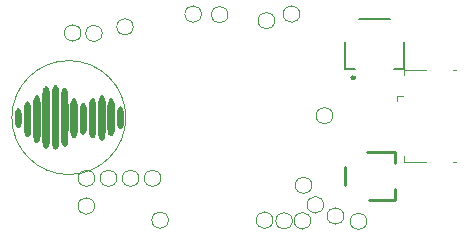
<source format=gbr>
G04 #@! TF.GenerationSoftware,KiCad,Pcbnew,7.0.10-7.0.10~ubuntu22.04.1*
G04 #@! TF.CreationDate,2024-02-23T22:34:40+01:00*
G04 #@! TF.ProjectId,dictofun,64696374-6f66-4756-9e2e-6b696361645f,rev?*
G04 #@! TF.SameCoordinates,Original*
G04 #@! TF.FileFunction,Legend,Bot*
G04 #@! TF.FilePolarity,Positive*
%FSLAX45Y45*%
G04 Gerber Fmt 4.5, Leading zero omitted, Abs format (unit mm)*
G04 Created by KiCad (PCBNEW 7.0.10-7.0.10~ubuntu22.04.1) date 2024-02-23 22:34:40*
%MOMM*%
%LPD*%
G01*
G04 APERTURE LIST*
%ADD10C,0.120000*%
%ADD11C,0.127000*%
%ADD12C,0.300000*%
%ADD13C,0.254000*%
G04 APERTURE END LIST*
D10*
X12695000Y-9916000D02*
G75*
G03*
X11730005Y-9916000I-482498J0D01*
G01*
X11730005Y-9916000D02*
G75*
G03*
X12695000Y-9916000I482498J0D01*
G01*
X13940000Y-10785000D02*
G75*
G03*
X13800000Y-10785000I-70000J0D01*
G01*
X13800000Y-10785000D02*
G75*
G03*
X13940000Y-10785000I70000J0D01*
G01*
X14447000Y-9900000D02*
G75*
G03*
X14307000Y-9900000I-70000J0D01*
G01*
X14307000Y-9900000D02*
G75*
G03*
X14447000Y-9900000I70000J0D01*
G01*
X14270000Y-10490000D02*
G75*
G03*
X14130000Y-10490000I-70000J0D01*
G01*
X14130000Y-10490000D02*
G75*
G03*
X14270000Y-10490000I70000J0D01*
G01*
X14260000Y-10790000D02*
G75*
G03*
X14120000Y-10790000I-70000J0D01*
G01*
X14120000Y-10790000D02*
G75*
G03*
X14260000Y-10790000I70000J0D01*
G01*
X12430000Y-10665000D02*
G75*
G03*
X12290000Y-10665000I-70000J0D01*
G01*
X12290000Y-10665000D02*
G75*
G03*
X12430000Y-10665000I70000J0D01*
G01*
X14168000Y-9040000D02*
G75*
G03*
X14028000Y-9040000I-70000J0D01*
G01*
X14028000Y-9040000D02*
G75*
G03*
X14168000Y-9040000I70000J0D01*
G01*
X15490000Y-9510000D02*
X15465000Y-9510000D01*
X15235000Y-9510000D02*
X15050000Y-9510000D01*
X15050000Y-9510000D02*
X15050000Y-9555000D01*
X14995000Y-9730000D02*
X15040000Y-9730000D01*
X14995000Y-9730000D02*
X14995000Y-9775000D01*
X15490000Y-10290000D02*
X15465000Y-10290000D01*
X15235000Y-10290000D02*
X15050000Y-10290000D01*
X15050000Y-10290000D02*
X15050000Y-10245000D01*
X13335000Y-9040000D02*
G75*
G03*
X13195000Y-9040000I-70000J0D01*
G01*
X13195000Y-9040000D02*
G75*
G03*
X13335000Y-9040000I70000J0D01*
G01*
X12805000Y-10430000D02*
G75*
G03*
X12665000Y-10430000I-70000J0D01*
G01*
X12665000Y-10430000D02*
G75*
G03*
X12805000Y-10430000I70000J0D01*
G01*
X13955000Y-9095000D02*
G75*
G03*
X13815000Y-9095000I-70000J0D01*
G01*
X13815000Y-9095000D02*
G75*
G03*
X13955000Y-9095000I70000J0D01*
G01*
X12431667Y-10430000D02*
G75*
G03*
X12291667Y-10430000I-70000J0D01*
G01*
X12291667Y-10430000D02*
G75*
G03*
X12431667Y-10430000I70000J0D01*
G01*
X12991667Y-10430000D02*
G75*
G03*
X12851667Y-10430000I-70000J0D01*
G01*
X12851667Y-10430000D02*
G75*
G03*
X12991667Y-10430000I70000J0D01*
G01*
D11*
X14550000Y-9505000D02*
X14550000Y-9277500D01*
X14638500Y-9505000D02*
X14550000Y-9505000D01*
X14670000Y-9080000D02*
X14930000Y-9080000D01*
X15050000Y-9277500D02*
X15050000Y-9505000D01*
X15050000Y-9505000D02*
X14961500Y-9505000D01*
D12*
X14630000Y-9577500D02*
G75*
G03*
X14610000Y-9577500I-10000J0D01*
G01*
X14610000Y-9577500D02*
G75*
G03*
X14630000Y-9577500I10000J0D01*
G01*
D10*
X12618333Y-10430000D02*
G75*
G03*
X12478333Y-10430000I-70000J0D01*
G01*
X12478333Y-10430000D02*
G75*
G03*
X12618333Y-10430000I70000J0D01*
G01*
G36*
X11786023Y-9834257D02*
G01*
X11790197Y-9835756D01*
X11794597Y-9838526D01*
X11798711Y-9842273D01*
X11799586Y-9843271D01*
X11803765Y-9849352D01*
X11807535Y-9857047D01*
X11810797Y-9866095D01*
X11813454Y-9876230D01*
X11815408Y-9887190D01*
X11815696Y-9889772D01*
X11816071Y-9895353D01*
X11816324Y-9902236D01*
X11816459Y-9910018D01*
X11816477Y-9918295D01*
X11816383Y-9926666D01*
X11816179Y-9934726D01*
X11815867Y-9942073D01*
X11815452Y-9948303D01*
X11814935Y-9953013D01*
X11813939Y-9958843D01*
X11811550Y-9968937D01*
X11808517Y-9978065D01*
X11804933Y-9986030D01*
X11800894Y-9992636D01*
X11796493Y-9997688D01*
X11791825Y-10000990D01*
X11790702Y-10001497D01*
X11787315Y-10002615D01*
X11784428Y-10003061D01*
X11780516Y-10002483D01*
X11775640Y-10000104D01*
X11771017Y-9996005D01*
X11766726Y-9990313D01*
X11762847Y-9983159D01*
X11759457Y-9974672D01*
X11756638Y-9964981D01*
X11754469Y-9954215D01*
X11754284Y-9952903D01*
X11753848Y-9948218D01*
X11753494Y-9942096D01*
X11753227Y-9934911D01*
X11753047Y-9927038D01*
X11752958Y-9918851D01*
X11752963Y-9910726D01*
X11753064Y-9903035D01*
X11753264Y-9896154D01*
X11753566Y-9890457D01*
X11753972Y-9886319D01*
X11754440Y-9883300D01*
X11756444Y-9873637D01*
X11759094Y-9864395D01*
X11762254Y-9855955D01*
X11765785Y-9848701D01*
X11769550Y-9843016D01*
X11770639Y-9841793D01*
X11773922Y-9838942D01*
X11777702Y-9836464D01*
X11781379Y-9834722D01*
X11784355Y-9834075D01*
X11786023Y-9834257D01*
G37*
G36*
X12653528Y-9821061D02*
G01*
X12658389Y-9823418D01*
X12662984Y-9827449D01*
X12667246Y-9833068D01*
X12671105Y-9840191D01*
X12674495Y-9848729D01*
X12677346Y-9858598D01*
X12679590Y-9869712D01*
X12679893Y-9872354D01*
X12680203Y-9877002D01*
X12680469Y-9883083D01*
X12680687Y-9890316D01*
X12680858Y-9898422D01*
X12680980Y-9907121D01*
X12681051Y-9916132D01*
X12681070Y-9925177D01*
X12681037Y-9933976D01*
X12680949Y-9942248D01*
X12680805Y-9949713D01*
X12680605Y-9956092D01*
X12680346Y-9961106D01*
X12680028Y-9964473D01*
X12679188Y-9969692D01*
X12676927Y-9979946D01*
X12674041Y-9989259D01*
X12670618Y-9997462D01*
X12666746Y-10004386D01*
X12662512Y-10009865D01*
X12658003Y-10013729D01*
X12653308Y-10015810D01*
X12650787Y-10016208D01*
X12648964Y-10016148D01*
X12647661Y-10015912D01*
X12645242Y-10015762D01*
X12644077Y-10015520D01*
X12641186Y-10013852D01*
X12637432Y-10010664D01*
X12633592Y-10006412D01*
X12628776Y-9998829D01*
X12624739Y-9989467D01*
X12621486Y-9978338D01*
X12619020Y-9965450D01*
X12618649Y-9961954D01*
X12618319Y-9956714D01*
X12618041Y-9950108D01*
X12617819Y-9942432D01*
X12617653Y-9933985D01*
X12617545Y-9925064D01*
X12617497Y-9915966D01*
X12617509Y-9906989D01*
X12617585Y-9898431D01*
X12617724Y-9890589D01*
X12617930Y-9883761D01*
X12618203Y-9878244D01*
X12618545Y-9874337D01*
X12618670Y-9873362D01*
X12620442Y-9863096D01*
X12622901Y-9853452D01*
X12625948Y-9844650D01*
X12629482Y-9836913D01*
X12633403Y-9830462D01*
X12637611Y-9825520D01*
X12642007Y-9822308D01*
X12643281Y-9821714D01*
X12648469Y-9820464D01*
X12653528Y-9821061D01*
G37*
G36*
X11866420Y-9778623D02*
G01*
X11869945Y-9779833D01*
X11873436Y-9782273D01*
X11877348Y-9786201D01*
X11880179Y-9789726D01*
X11884263Y-9796510D01*
X11887781Y-9804756D01*
X11890792Y-9814615D01*
X11893357Y-9826238D01*
X11893534Y-9827214D01*
X11893804Y-9828936D01*
X11894042Y-9830861D01*
X11894249Y-9833114D01*
X11894427Y-9835820D01*
X11894579Y-9839105D01*
X11894707Y-9843092D01*
X11894813Y-9847908D01*
X11894898Y-9853677D01*
X11894965Y-9860524D01*
X11895016Y-9868575D01*
X11895053Y-9877954D01*
X11895078Y-9888787D01*
X11895094Y-9901198D01*
X11895102Y-9915314D01*
X11895104Y-9931258D01*
X11895104Y-10026996D01*
X11892554Y-10038719D01*
X11890944Y-10045370D01*
X11887907Y-10055113D01*
X11884379Y-10063600D01*
X11880447Y-10070657D01*
X11876200Y-10076112D01*
X11871725Y-10079791D01*
X11868918Y-10081141D01*
X11863647Y-10082133D01*
X11858331Y-10081337D01*
X11853262Y-10078821D01*
X11848735Y-10074650D01*
X11844721Y-10068887D01*
X11840743Y-10060924D01*
X11837327Y-10051528D01*
X11834566Y-10040948D01*
X11832548Y-10029438D01*
X11832317Y-10027020D01*
X11832064Y-10022482D01*
X11831837Y-10016334D01*
X11831638Y-10008754D01*
X11831465Y-9999921D01*
X11831319Y-9990013D01*
X11831200Y-9979208D01*
X11831107Y-9967683D01*
X11831041Y-9955618D01*
X11831002Y-9943191D01*
X11830989Y-9930579D01*
X11831003Y-9917961D01*
X11831043Y-9905515D01*
X11831110Y-9893418D01*
X11831203Y-9881851D01*
X11831323Y-9870989D01*
X11831469Y-9861013D01*
X11831641Y-9852099D01*
X11831840Y-9844426D01*
X11832064Y-9838172D01*
X11832315Y-9833516D01*
X11832592Y-9830635D01*
X11834304Y-9821010D01*
X11836997Y-9810196D01*
X11840257Y-9800818D01*
X11844037Y-9792958D01*
X11848286Y-9786700D01*
X11852956Y-9782127D01*
X11857998Y-9779323D01*
X11863363Y-9778369D01*
X11866420Y-9778623D01*
G37*
G36*
X12341499Y-9790619D02*
G01*
X12342924Y-9791382D01*
X12347608Y-9795177D01*
X12352002Y-9800709D01*
X12356024Y-9807817D01*
X12359591Y-9816339D01*
X12362622Y-9826115D01*
X12365036Y-9836985D01*
X12365328Y-9838722D01*
X12365637Y-9841018D01*
X12365904Y-9843691D01*
X12366134Y-9846900D01*
X12366332Y-9850800D01*
X12366501Y-9855551D01*
X12366647Y-9861311D01*
X12366775Y-9868235D01*
X12366888Y-9876483D01*
X12366991Y-9886212D01*
X12367090Y-9897579D01*
X12367188Y-9910742D01*
X12367216Y-9914893D01*
X12367304Y-9930839D01*
X12367339Y-9945006D01*
X12367317Y-9957534D01*
X12367232Y-9968566D01*
X12367078Y-9978240D01*
X12366850Y-9986699D01*
X12366542Y-9994081D01*
X12366148Y-10000529D01*
X12365664Y-10006182D01*
X12365083Y-10011181D01*
X12364400Y-10015667D01*
X12363609Y-10019780D01*
X12362705Y-10023661D01*
X12362493Y-10024486D01*
X12359558Y-10034110D01*
X12356114Y-10042462D01*
X12352249Y-10049407D01*
X12348049Y-10054807D01*
X12343604Y-10058527D01*
X12339001Y-10060431D01*
X12333902Y-10060941D01*
X12329442Y-10060080D01*
X12325233Y-10057680D01*
X12320850Y-10053581D01*
X12318489Y-10050668D01*
X12314612Y-10044264D01*
X12311113Y-10036420D01*
X12308108Y-10027458D01*
X12305714Y-10017697D01*
X12304047Y-10007458D01*
X12303861Y-10005088D01*
X12303676Y-10000789D01*
X12303512Y-9994913D01*
X12303369Y-9987656D01*
X12303247Y-9979214D01*
X12303146Y-9969784D01*
X12303066Y-9959561D01*
X12303008Y-9948741D01*
X12302970Y-9937522D01*
X12302955Y-9926098D01*
X12302960Y-9914667D01*
X12302987Y-9903424D01*
X12303036Y-9892565D01*
X12303106Y-9882287D01*
X12303199Y-9872786D01*
X12303312Y-9864258D01*
X12303448Y-9856899D01*
X12303606Y-9850905D01*
X12303786Y-9846472D01*
X12303988Y-9843797D01*
X12305304Y-9835132D01*
X12307606Y-9824809D01*
X12310516Y-9815579D01*
X12313956Y-9807550D01*
X12317851Y-9800829D01*
X12322126Y-9795525D01*
X12326704Y-9791744D01*
X12331509Y-9789594D01*
X12336466Y-9789183D01*
X12341499Y-9790619D01*
G37*
G36*
X12575827Y-9752909D02*
G01*
X12580839Y-9755661D01*
X12585504Y-9760143D01*
X12589761Y-9766246D01*
X12593546Y-9773866D01*
X12596797Y-9782893D01*
X12599453Y-9793223D01*
X12601449Y-9804746D01*
X12601702Y-9807569D01*
X12601941Y-9812247D01*
X12602156Y-9818538D01*
X12602346Y-9826273D01*
X12602512Y-9835282D01*
X12602654Y-9845395D01*
X12602771Y-9856443D01*
X12602864Y-9868254D01*
X12602933Y-9880660D01*
X12602978Y-9893490D01*
X12602999Y-9906575D01*
X12602996Y-9919745D01*
X12602969Y-9932830D01*
X12602919Y-9945659D01*
X12602844Y-9958064D01*
X12602745Y-9969874D01*
X12602623Y-9980920D01*
X12602477Y-9991031D01*
X12602307Y-10000037D01*
X12602114Y-10007770D01*
X12601897Y-10014058D01*
X12601656Y-10018733D01*
X12601392Y-10021623D01*
X12599975Y-10030016D01*
X12597278Y-10041154D01*
X12593878Y-10050915D01*
X12589832Y-10059169D01*
X12585195Y-10065787D01*
X12580025Y-10070639D01*
X12577836Y-10071975D01*
X12572929Y-10073450D01*
X12567830Y-10073155D01*
X12562776Y-10071165D01*
X12558002Y-10067553D01*
X12553744Y-10062393D01*
X12552562Y-10060536D01*
X12547821Y-10051146D01*
X12544029Y-10040095D01*
X12541199Y-10027430D01*
X12539345Y-10013196D01*
X12539263Y-10012140D01*
X12539067Y-10007964D01*
X12538904Y-10001835D01*
X12538774Y-9993756D01*
X12538676Y-9983728D01*
X12538611Y-9971752D01*
X12538579Y-9957829D01*
X12538580Y-9941960D01*
X12538614Y-9924148D01*
X12538680Y-9904392D01*
X12538693Y-9901264D01*
X12538759Y-9885459D01*
X12538826Y-9871465D01*
X12538894Y-9859158D01*
X12538967Y-9848418D01*
X12539046Y-9839123D01*
X12539135Y-9831151D01*
X12539235Y-9824381D01*
X12539349Y-9818691D01*
X12539479Y-9813959D01*
X12539627Y-9810064D01*
X12539797Y-9806885D01*
X12539989Y-9804298D01*
X12540207Y-9802184D01*
X12540454Y-9800420D01*
X12540730Y-9798885D01*
X12542186Y-9792193D01*
X12545076Y-9781731D01*
X12548408Y-9772951D01*
X12552245Y-9765700D01*
X12556652Y-9759824D01*
X12559745Y-9756634D01*
X12563289Y-9753884D01*
X12566767Y-9752423D01*
X12570637Y-9751992D01*
X12575827Y-9752909D01*
G37*
G36*
X12263533Y-9752607D02*
G01*
X12267027Y-9754863D01*
X12271335Y-9759349D01*
X12275358Y-9765446D01*
X12279006Y-9772963D01*
X12282189Y-9781709D01*
X12284817Y-9791494D01*
X12286801Y-9802125D01*
X12286878Y-9802728D01*
X12287141Y-9806082D01*
X12287380Y-9811183D01*
X12287596Y-9817872D01*
X12287788Y-9825986D01*
X12287958Y-9835365D01*
X12288105Y-9845848D01*
X12288229Y-9857275D01*
X12288329Y-9869483D01*
X12288407Y-9882313D01*
X12288461Y-9895603D01*
X12288493Y-9909193D01*
X12288501Y-9922921D01*
X12288486Y-9936626D01*
X12288448Y-9950148D01*
X12288387Y-9963326D01*
X12288304Y-9975998D01*
X12288196Y-9988004D01*
X12288066Y-9999183D01*
X12287913Y-10009374D01*
X12287737Y-10018416D01*
X12287538Y-10026148D01*
X12287315Y-10032409D01*
X12287070Y-10037038D01*
X12286801Y-10039875D01*
X12285399Y-10047809D01*
X12282929Y-10057830D01*
X12279879Y-10066870D01*
X12276340Y-10074737D01*
X12272403Y-10081235D01*
X12268159Y-10086171D01*
X12263696Y-10089352D01*
X12262547Y-10089867D01*
X12257267Y-10091016D01*
X12251936Y-10090290D01*
X12246733Y-10087738D01*
X12241838Y-10083408D01*
X12241670Y-10083219D01*
X12238440Y-10078646D01*
X12235257Y-10072496D01*
X12232251Y-10065122D01*
X12229553Y-10056880D01*
X12227294Y-10048123D01*
X12225602Y-10039208D01*
X12225429Y-10037431D01*
X12225227Y-10033570D01*
X12225043Y-10028039D01*
X12224878Y-10020996D01*
X12224731Y-10012598D01*
X12224603Y-10003003D01*
X12224492Y-9992369D01*
X12224400Y-9980853D01*
X12224326Y-9968612D01*
X12224270Y-9955804D01*
X12224233Y-9942588D01*
X12224213Y-9929119D01*
X12224212Y-9915556D01*
X12224229Y-9902056D01*
X12224264Y-9888777D01*
X12224318Y-9875877D01*
X12224389Y-9863512D01*
X12224479Y-9851841D01*
X12224586Y-9841021D01*
X12224712Y-9831209D01*
X12224856Y-9822563D01*
X12225019Y-9815241D01*
X12225199Y-9809401D01*
X12225397Y-9805198D01*
X12225614Y-9802792D01*
X12226258Y-9798923D01*
X12228659Y-9787799D01*
X12231637Y-9777981D01*
X12235132Y-9769550D01*
X12239083Y-9762587D01*
X12243427Y-9757171D01*
X12248106Y-9753385D01*
X12253057Y-9751309D01*
X12258220Y-9751023D01*
X12263533Y-9752607D01*
G37*
G36*
X12420817Y-9752607D02*
G01*
X12422086Y-9753293D01*
X12426350Y-9756824D01*
X12430427Y-9762021D01*
X12434219Y-9768663D01*
X12437624Y-9776526D01*
X12440542Y-9785391D01*
X12442875Y-9795034D01*
X12444521Y-9805235D01*
X12444605Y-9806150D01*
X12444773Y-9809457D01*
X12444926Y-9814484D01*
X12445064Y-9821069D01*
X12445187Y-9829054D01*
X12445296Y-9838280D01*
X12445389Y-9848585D01*
X12445467Y-9859811D01*
X12445531Y-9871798D01*
X12445580Y-9884386D01*
X12445613Y-9897416D01*
X12445632Y-9910727D01*
X12445636Y-9924161D01*
X12445625Y-9937557D01*
X12445599Y-9950756D01*
X12445559Y-9963598D01*
X12445503Y-9975923D01*
X12445432Y-9987572D01*
X12445347Y-9998385D01*
X12445247Y-10008203D01*
X12445131Y-10016865D01*
X12445001Y-10024212D01*
X12444856Y-10030084D01*
X12444696Y-10034322D01*
X12444521Y-10036765D01*
X12444487Y-10037043D01*
X12442781Y-10047486D01*
X12440380Y-10057285D01*
X12437381Y-10066223D01*
X12433881Y-10074082D01*
X12429977Y-10080644D01*
X12425765Y-10085691D01*
X12421341Y-10089005D01*
X12420357Y-10089481D01*
X12415273Y-10090806D01*
X12410057Y-10090570D01*
X12405375Y-10088782D01*
X12404667Y-10088327D01*
X12399884Y-10084079D01*
X12395497Y-10078112D01*
X12391579Y-10070611D01*
X12388201Y-10061760D01*
X12385435Y-10051744D01*
X12383352Y-10040746D01*
X12382025Y-10028950D01*
X12381860Y-10025959D01*
X12381690Y-10020620D01*
X12381549Y-10013366D01*
X12381437Y-10004218D01*
X12381354Y-9993198D01*
X12381301Y-9980326D01*
X12381277Y-9965623D01*
X12381283Y-9949111D01*
X12381318Y-9930810D01*
X12381384Y-9910742D01*
X12381441Y-9896319D01*
X12381506Y-9881136D01*
X12381572Y-9867691D01*
X12381641Y-9855866D01*
X12381714Y-9845545D01*
X12381794Y-9836612D01*
X12381884Y-9828949D01*
X12381985Y-9822440D01*
X12382099Y-9816969D01*
X12382228Y-9812418D01*
X12382376Y-9808671D01*
X12382543Y-9805611D01*
X12382732Y-9803121D01*
X12382945Y-9801085D01*
X12383184Y-9799386D01*
X12383452Y-9797908D01*
X12385479Y-9789043D01*
X12388587Y-9778764D01*
X12392174Y-9769994D01*
X12396186Y-9762797D01*
X12400572Y-9757236D01*
X12405280Y-9753373D01*
X12410258Y-9751272D01*
X12415454Y-9750996D01*
X12420817Y-9752607D01*
G37*
G36*
X12494156Y-9724981D02*
G01*
X12497348Y-9726080D01*
X12501340Y-9728366D01*
X12502616Y-9729255D01*
X12507096Y-9733662D01*
X12511247Y-9739753D01*
X12514978Y-9747325D01*
X12518201Y-9756176D01*
X12520825Y-9766103D01*
X12522762Y-9776904D01*
X12522800Y-9777211D01*
X12522963Y-9779396D01*
X12523107Y-9782907D01*
X12523232Y-9787794D01*
X12523339Y-9794110D01*
X12523427Y-9801908D01*
X12523497Y-9811240D01*
X12523549Y-9822159D01*
X12523584Y-9834718D01*
X12523602Y-9848967D01*
X12523603Y-9864961D01*
X12523587Y-9882751D01*
X12523554Y-9902390D01*
X12523506Y-9923931D01*
X12523484Y-9932749D01*
X12523440Y-9951379D01*
X12523400Y-9968203D01*
X12523360Y-9983325D01*
X12523316Y-9996846D01*
X12523264Y-10008871D01*
X12523200Y-10019502D01*
X12523121Y-10028842D01*
X12523022Y-10036994D01*
X12522899Y-10044060D01*
X12522748Y-10050144D01*
X12522565Y-10055349D01*
X12522347Y-10059776D01*
X12522089Y-10063530D01*
X12521788Y-10066713D01*
X12521439Y-10069429D01*
X12521038Y-10071779D01*
X12520582Y-10073867D01*
X12520067Y-10075795D01*
X12519488Y-10077667D01*
X12518841Y-10079586D01*
X12518123Y-10081654D01*
X12517330Y-10083974D01*
X12515443Y-10089060D01*
X12511871Y-10096594D01*
X12507852Y-10102897D01*
X12503550Y-10107728D01*
X12499129Y-10110847D01*
X12496892Y-10111763D01*
X12491838Y-10112487D01*
X12486897Y-10111399D01*
X12482146Y-10108599D01*
X12477656Y-10104184D01*
X12473505Y-10098255D01*
X12469766Y-10090910D01*
X12466513Y-10082248D01*
X12463823Y-10072367D01*
X12461768Y-10061367D01*
X12461723Y-10061028D01*
X12461488Y-10058068D01*
X12461271Y-10053326D01*
X12461072Y-10046946D01*
X12460891Y-10039071D01*
X12460728Y-10029845D01*
X12460583Y-10019413D01*
X12460456Y-10007917D01*
X12460348Y-9995501D01*
X12460257Y-9982309D01*
X12460184Y-9968484D01*
X12460130Y-9954171D01*
X12460093Y-9939512D01*
X12460075Y-9924653D01*
X12460075Y-9909735D01*
X12460093Y-9894903D01*
X12460130Y-9880301D01*
X12460184Y-9866073D01*
X12460257Y-9852361D01*
X12460348Y-9839310D01*
X12460457Y-9827063D01*
X12460585Y-9815765D01*
X12460731Y-9805558D01*
X12460895Y-9796586D01*
X12461078Y-9788994D01*
X12461278Y-9782924D01*
X12461498Y-9778520D01*
X12461735Y-9775927D01*
X12463662Y-9765548D01*
X12466446Y-9755195D01*
X12469852Y-9746151D01*
X12473813Y-9738542D01*
X12478264Y-9732491D01*
X12483139Y-9728124D01*
X12488373Y-9725563D01*
X12491129Y-9724931D01*
X12494156Y-9724981D01*
G37*
G36*
X12181974Y-9663020D02*
G01*
X12185795Y-9664749D01*
X12190529Y-9668618D01*
X12194935Y-9674198D01*
X12198944Y-9681358D01*
X12202482Y-9689966D01*
X12205481Y-9699892D01*
X12207869Y-9711004D01*
X12208070Y-9712196D01*
X12208268Y-9713562D01*
X12208449Y-9715098D01*
X12208615Y-9716888D01*
X12208764Y-9719017D01*
X12208899Y-9721570D01*
X12209020Y-9724632D01*
X12209128Y-9728289D01*
X12209223Y-9732624D01*
X12209306Y-9737723D01*
X12209379Y-9743671D01*
X12209441Y-9750553D01*
X12209494Y-9758455D01*
X12209538Y-9767460D01*
X12209575Y-9777654D01*
X12209604Y-9789122D01*
X12209627Y-9801949D01*
X12209644Y-9816220D01*
X12209657Y-9832020D01*
X12209665Y-9849433D01*
X12209670Y-9868546D01*
X12209672Y-9889442D01*
X12209673Y-9912208D01*
X12209672Y-9933742D01*
X12209670Y-9954740D01*
X12209665Y-9973950D01*
X12209657Y-9991456D01*
X12209645Y-10007343D01*
X12209628Y-10021697D01*
X12209606Y-10034602D01*
X12209577Y-10046144D01*
X12209541Y-10056407D01*
X12209497Y-10065477D01*
X12209445Y-10073438D01*
X12209383Y-10080376D01*
X12209311Y-10086375D01*
X12209228Y-10091521D01*
X12209134Y-10095898D01*
X12209027Y-10099592D01*
X12208907Y-10102687D01*
X12208773Y-10105269D01*
X12208624Y-10107423D01*
X12208460Y-10109233D01*
X12208279Y-10110785D01*
X12208082Y-10112164D01*
X12207866Y-10113454D01*
X12207317Y-10116415D01*
X12204761Y-10127314D01*
X12201615Y-10136996D01*
X12197950Y-10145318D01*
X12193839Y-10152134D01*
X12189351Y-10157299D01*
X12184560Y-10160670D01*
X12180319Y-10162063D01*
X12175367Y-10161989D01*
X12170532Y-10160169D01*
X12165895Y-10156719D01*
X12161536Y-10151749D01*
X12157537Y-10145375D01*
X12153978Y-10137708D01*
X12150942Y-10128861D01*
X12148510Y-10118948D01*
X12146762Y-10108081D01*
X12146661Y-10106876D01*
X12146523Y-10103830D01*
X12146396Y-10099232D01*
X12146280Y-10093050D01*
X12146176Y-10085254D01*
X12146082Y-10075813D01*
X12145999Y-10064696D01*
X12145927Y-10051872D01*
X12145865Y-10037310D01*
X12145814Y-10020980D01*
X12145773Y-10002850D01*
X12145741Y-9982890D01*
X12145720Y-9961069D01*
X12145708Y-9937356D01*
X12145705Y-9911719D01*
X12145707Y-9896347D01*
X12145713Y-9874516D01*
X12145724Y-9854504D01*
X12145739Y-9836232D01*
X12145760Y-9819617D01*
X12145787Y-9804580D01*
X12145820Y-9791039D01*
X12145861Y-9778914D01*
X12145909Y-9768123D01*
X12145966Y-9758586D01*
X12146032Y-9750222D01*
X12146107Y-9742950D01*
X12146192Y-9736689D01*
X12146288Y-9731358D01*
X12146395Y-9726877D01*
X12146514Y-9723164D01*
X12146645Y-9720139D01*
X12146789Y-9717721D01*
X12146947Y-9715828D01*
X12147119Y-9714381D01*
X12149089Y-9703537D01*
X12151725Y-9693657D01*
X12154939Y-9684922D01*
X12158653Y-9677447D01*
X12162788Y-9671347D01*
X12167266Y-9666739D01*
X12172009Y-9663739D01*
X12176938Y-9662460D01*
X12181974Y-9663020D01*
G37*
G36*
X11945649Y-9724980D02*
G01*
X11949260Y-9726071D01*
X11951384Y-9727410D01*
X11955560Y-9731377D01*
X11959594Y-9736877D01*
X11963320Y-9743633D01*
X11966577Y-9751369D01*
X11969198Y-9759808D01*
X11969687Y-9761706D01*
X11970257Y-9763996D01*
X11970772Y-9766243D01*
X11971235Y-9768549D01*
X11971649Y-9771012D01*
X11972016Y-9773733D01*
X11972338Y-9776810D01*
X11972618Y-9780345D01*
X11972858Y-9784437D01*
X11973062Y-9789185D01*
X11973230Y-9794690D01*
X11973367Y-9801050D01*
X11973473Y-9808367D01*
X11973553Y-9816739D01*
X11973607Y-9826267D01*
X11973640Y-9837051D01*
X11973652Y-9849189D01*
X11973647Y-9862782D01*
X11973627Y-9877930D01*
X11973595Y-9894733D01*
X11973553Y-9913289D01*
X11973503Y-9933700D01*
X11973500Y-9935030D01*
X11973450Y-9954804D01*
X11973400Y-9972726D01*
X11973351Y-9988893D01*
X11973300Y-10003399D01*
X11973246Y-10016342D01*
X11973188Y-10027817D01*
X11973125Y-10037919D01*
X11973055Y-10046746D01*
X11972977Y-10054392D01*
X11972891Y-10060954D01*
X11972794Y-10066527D01*
X11972686Y-10071209D01*
X11972565Y-10075093D01*
X11972429Y-10078278D01*
X11972279Y-10080857D01*
X11972112Y-10082928D01*
X11971927Y-10084587D01*
X11971723Y-10085928D01*
X11971499Y-10087049D01*
X11969044Y-10096541D01*
X11965752Y-10106200D01*
X11962017Y-10114433D01*
X11957907Y-10121109D01*
X11953492Y-10126098D01*
X11948843Y-10129271D01*
X11944132Y-10130722D01*
X11938939Y-10130573D01*
X11933924Y-10128612D01*
X11929160Y-10124917D01*
X11924723Y-10119563D01*
X11920689Y-10112625D01*
X11917132Y-10104180D01*
X11914128Y-10094302D01*
X11913878Y-10093318D01*
X11913379Y-10091284D01*
X11912927Y-10089263D01*
X11912520Y-10087156D01*
X11912156Y-10084865D01*
X11911833Y-10082291D01*
X11911548Y-10079337D01*
X11911300Y-10075903D01*
X11911086Y-10071892D01*
X11910905Y-10067205D01*
X11910754Y-10061744D01*
X11910631Y-10055411D01*
X11910534Y-10048107D01*
X11910462Y-10039733D01*
X11910412Y-10030193D01*
X11910381Y-10019387D01*
X11910369Y-10007217D01*
X11910372Y-9993584D01*
X11910389Y-9978391D01*
X11910418Y-9961539D01*
X11910456Y-9942930D01*
X11910502Y-9922465D01*
X11910505Y-9921163D01*
X11910549Y-9901168D01*
X11910588Y-9883021D01*
X11910626Y-9866624D01*
X11910665Y-9851878D01*
X11910710Y-9838684D01*
X11910763Y-9826944D01*
X11910829Y-9816558D01*
X11910909Y-9807428D01*
X11911009Y-9799455D01*
X11911130Y-9792540D01*
X11911278Y-9786585D01*
X11911454Y-9781489D01*
X11911662Y-9777155D01*
X11911906Y-9773484D01*
X11912189Y-9770376D01*
X11912514Y-9767733D01*
X11912885Y-9765456D01*
X11913306Y-9763447D01*
X11913779Y-9761605D01*
X11914308Y-9759833D01*
X11914896Y-9758032D01*
X11915547Y-9756103D01*
X11916264Y-9753946D01*
X11918815Y-9747174D01*
X11922365Y-9739997D01*
X11926346Y-9733884D01*
X11930560Y-9729130D01*
X11934814Y-9726029D01*
X11937023Y-9725235D01*
X11941249Y-9724700D01*
X11945649Y-9724980D01*
G37*
G36*
X12024181Y-9648030D02*
G01*
X12028878Y-9650321D01*
X12033422Y-9654178D01*
X12037698Y-9659493D01*
X12041595Y-9666159D01*
X12044997Y-9674070D01*
X12047794Y-9683119D01*
X12048084Y-9684242D01*
X12048581Y-9686150D01*
X12049038Y-9687947D01*
X12049457Y-9689717D01*
X12049840Y-9691542D01*
X12050187Y-9693504D01*
X12050502Y-9695687D01*
X12050786Y-9698172D01*
X12051039Y-9701042D01*
X12051264Y-9704380D01*
X12051463Y-9708269D01*
X12051637Y-9712790D01*
X12051788Y-9718027D01*
X12051917Y-9724061D01*
X12052027Y-9730977D01*
X12052118Y-9738855D01*
X12052192Y-9747779D01*
X12052252Y-9757832D01*
X12052298Y-9769095D01*
X12052333Y-9781651D01*
X12052357Y-9795584D01*
X12052374Y-9810975D01*
X12052383Y-9827907D01*
X12052388Y-9846462D01*
X12052389Y-9866724D01*
X12052389Y-9888774D01*
X12052388Y-9912696D01*
X12052388Y-9935142D01*
X12052386Y-9957111D01*
X12052382Y-9977284D01*
X12052374Y-9995742D01*
X12052364Y-10012568D01*
X12052349Y-10027841D01*
X12052329Y-10041644D01*
X12052303Y-10054058D01*
X12052271Y-10065163D01*
X12052233Y-10075042D01*
X12052186Y-10083775D01*
X12052132Y-10091444D01*
X12052068Y-10098130D01*
X12051995Y-10103915D01*
X12051911Y-10108879D01*
X12051816Y-10113104D01*
X12051710Y-10116672D01*
X12051591Y-10119664D01*
X12051460Y-10122160D01*
X12051314Y-10124243D01*
X12051154Y-10125993D01*
X12050979Y-10127492D01*
X12050789Y-10128821D01*
X12050582Y-10130062D01*
X12048452Y-10140243D01*
X12045529Y-10150360D01*
X12042084Y-10159089D01*
X12038176Y-10166318D01*
X12033867Y-10171938D01*
X12029218Y-10175837D01*
X12024289Y-10177905D01*
X12019409Y-10178222D01*
X12014208Y-10176812D01*
X12009295Y-10173644D01*
X12004735Y-10168816D01*
X12000589Y-10162428D01*
X11996922Y-10154578D01*
X11993795Y-10145365D01*
X11991273Y-10134889D01*
X11989419Y-10123249D01*
X11989397Y-10123046D01*
X11989260Y-10120602D01*
X11989133Y-10116207D01*
X11989016Y-10109864D01*
X11988910Y-10101575D01*
X11988813Y-10091343D01*
X11988727Y-10079170D01*
X11988651Y-10065059D01*
X11988586Y-10049013D01*
X11988530Y-10031034D01*
X11988485Y-10011124D01*
X11988450Y-9989287D01*
X11988425Y-9965524D01*
X11988410Y-9939839D01*
X11988406Y-9912233D01*
X11988406Y-9907407D01*
X11988409Y-9883950D01*
X11988415Y-9862352D01*
X11988424Y-9842534D01*
X11988438Y-9824416D01*
X11988457Y-9807919D01*
X11988482Y-9792964D01*
X11988512Y-9779471D01*
X11988549Y-9767362D01*
X11988593Y-9756556D01*
X11988645Y-9746975D01*
X11988705Y-9738540D01*
X11988774Y-9731170D01*
X11988852Y-9724787D01*
X11988940Y-9719311D01*
X11989038Y-9714664D01*
X11989147Y-9710765D01*
X11989268Y-9707536D01*
X11989401Y-9704896D01*
X11989546Y-9702768D01*
X11989705Y-9701071D01*
X11989877Y-9699727D01*
X11991226Y-9691841D01*
X11994054Y-9679944D01*
X11997581Y-9669830D01*
X12001822Y-9661464D01*
X12006791Y-9654816D01*
X12012503Y-9649853D01*
X12014779Y-9648569D01*
X12019444Y-9647410D01*
X12024181Y-9648030D01*
G37*
G36*
X12101974Y-9638047D02*
G01*
X12106957Y-9640001D01*
X12109855Y-9642064D01*
X12114467Y-9646926D01*
X12118715Y-9653394D01*
X12122468Y-9661257D01*
X12125597Y-9670304D01*
X12125745Y-9670813D01*
X12126333Y-9672812D01*
X12126876Y-9674673D01*
X12127375Y-9676478D01*
X12127833Y-9678306D01*
X12128251Y-9680239D01*
X12128631Y-9682355D01*
X12128975Y-9684737D01*
X12129284Y-9687464D01*
X12129561Y-9690616D01*
X12129807Y-9694275D01*
X12130024Y-9698520D01*
X12130213Y-9703432D01*
X12130378Y-9709092D01*
X12130519Y-9715579D01*
X12130638Y-9722975D01*
X12130737Y-9731360D01*
X12130818Y-9740813D01*
X12130882Y-9751416D01*
X12130933Y-9763249D01*
X12130970Y-9776393D01*
X12130997Y-9790927D01*
X12131014Y-9806933D01*
X12131024Y-9824490D01*
X12131029Y-9843679D01*
X12131030Y-9864581D01*
X12131029Y-9887276D01*
X12131028Y-9911845D01*
X12131025Y-9934140D01*
X12131014Y-9959765D01*
X12130996Y-9983493D01*
X12130969Y-10005354D01*
X12130934Y-10025381D01*
X12130890Y-10043604D01*
X12130838Y-10060054D01*
X12130776Y-10074763D01*
X12130706Y-10087761D01*
X12130627Y-10099081D01*
X12130539Y-10108752D01*
X12130441Y-10116807D01*
X12130334Y-10123276D01*
X12130217Y-10128190D01*
X12130090Y-10131582D01*
X12129953Y-10133481D01*
X12129759Y-10135001D01*
X12127837Y-10145962D01*
X12125137Y-10156149D01*
X12121764Y-10165276D01*
X12117821Y-10173057D01*
X12113411Y-10179204D01*
X12111483Y-10181310D01*
X12108478Y-10184031D01*
X12105583Y-10185701D01*
X12102212Y-10186711D01*
X12101926Y-10186767D01*
X12097589Y-10186816D01*
X12092916Y-10185717D01*
X12088879Y-10183690D01*
X12087323Y-10182385D01*
X12084014Y-10178544D01*
X12080639Y-10173408D01*
X12077429Y-10167384D01*
X12074613Y-10160884D01*
X12072419Y-10154317D01*
X12072257Y-10153739D01*
X12071732Y-10151891D01*
X12071248Y-10150164D01*
X12070802Y-10148479D01*
X12070393Y-10146755D01*
X12070020Y-10144914D01*
X12069681Y-10142875D01*
X12069374Y-10140559D01*
X12069098Y-10137885D01*
X12068851Y-10134774D01*
X12068631Y-10131145D01*
X12068438Y-10126920D01*
X12068268Y-10122019D01*
X12068121Y-10116360D01*
X12067995Y-10109866D01*
X12067889Y-10102455D01*
X12067800Y-10094048D01*
X12067728Y-10084566D01*
X12067670Y-10073928D01*
X12067624Y-10062054D01*
X12067591Y-10048865D01*
X12067566Y-10034281D01*
X12067550Y-10018223D01*
X12067541Y-10000609D01*
X12067536Y-9981361D01*
X12067535Y-9960398D01*
X12067535Y-9937642D01*
X12067535Y-9913011D01*
X12067535Y-9900738D01*
X12067543Y-9873732D01*
X12067558Y-9848652D01*
X12067583Y-9825479D01*
X12067615Y-9804192D01*
X12067657Y-9784772D01*
X12067708Y-9767199D01*
X12067767Y-9751454D01*
X12067835Y-9737518D01*
X12067913Y-9725370D01*
X12068000Y-9714991D01*
X12068096Y-9706362D01*
X12068201Y-9699463D01*
X12068316Y-9694274D01*
X12068440Y-9690776D01*
X12068574Y-9688948D01*
X12070050Y-9680293D01*
X12072510Y-9670352D01*
X12075570Y-9661536D01*
X12079148Y-9653947D01*
X12083164Y-9647690D01*
X12087536Y-9642868D01*
X12092182Y-9639584D01*
X12097022Y-9637943D01*
X12101974Y-9638047D01*
G37*
X12758000Y-9148000D02*
G75*
G03*
X12618000Y-9148000I-70000J0D01*
G01*
X12618000Y-9148000D02*
G75*
G03*
X12758000Y-9148000I70000J0D01*
G01*
X14105000Y-10790000D02*
G75*
G03*
X13965000Y-10790000I-70000J0D01*
G01*
X13965000Y-10790000D02*
G75*
G03*
X14105000Y-10790000I70000J0D01*
G01*
X14735000Y-10795000D02*
G75*
G03*
X14595000Y-10795000I-70000J0D01*
G01*
X14595000Y-10795000D02*
G75*
G03*
X14735000Y-10795000I70000J0D01*
G01*
X12495000Y-9203000D02*
G75*
G03*
X12355000Y-9203000I-70000J0D01*
G01*
X12355000Y-9203000D02*
G75*
G03*
X12495000Y-9203000I70000J0D01*
G01*
X14370000Y-10655000D02*
G75*
G03*
X14230000Y-10655000I-70000J0D01*
G01*
X14230000Y-10655000D02*
G75*
G03*
X14370000Y-10655000I70000J0D01*
G01*
X13055000Y-10785000D02*
G75*
G03*
X12915000Y-10785000I-70000J0D01*
G01*
X12915000Y-10785000D02*
G75*
G03*
X13055000Y-10785000I70000J0D01*
G01*
D13*
X14975000Y-10610000D02*
X14753700Y-10610000D01*
X14975000Y-10610000D02*
X14975000Y-10524500D01*
X14550000Y-10486700D02*
X14550000Y-10337800D01*
X14975000Y-10210000D02*
X14975000Y-10300000D01*
X14975000Y-10210000D02*
X14740300Y-10210000D01*
D10*
X14540000Y-10750000D02*
G75*
G03*
X14400000Y-10750000I-70000J0D01*
G01*
X14400000Y-10750000D02*
G75*
G03*
X14540000Y-10750000I70000J0D01*
G01*
X12315532Y-9200000D02*
G75*
G03*
X12175532Y-9200000I-70000J0D01*
G01*
X12175532Y-9200000D02*
G75*
G03*
X12315532Y-9200000I70000J0D01*
G01*
X13560000Y-9045000D02*
G75*
G03*
X13420000Y-9045000I-70000J0D01*
G01*
X13420000Y-9045000D02*
G75*
G03*
X13560000Y-9045000I70000J0D01*
G01*
M02*

</source>
